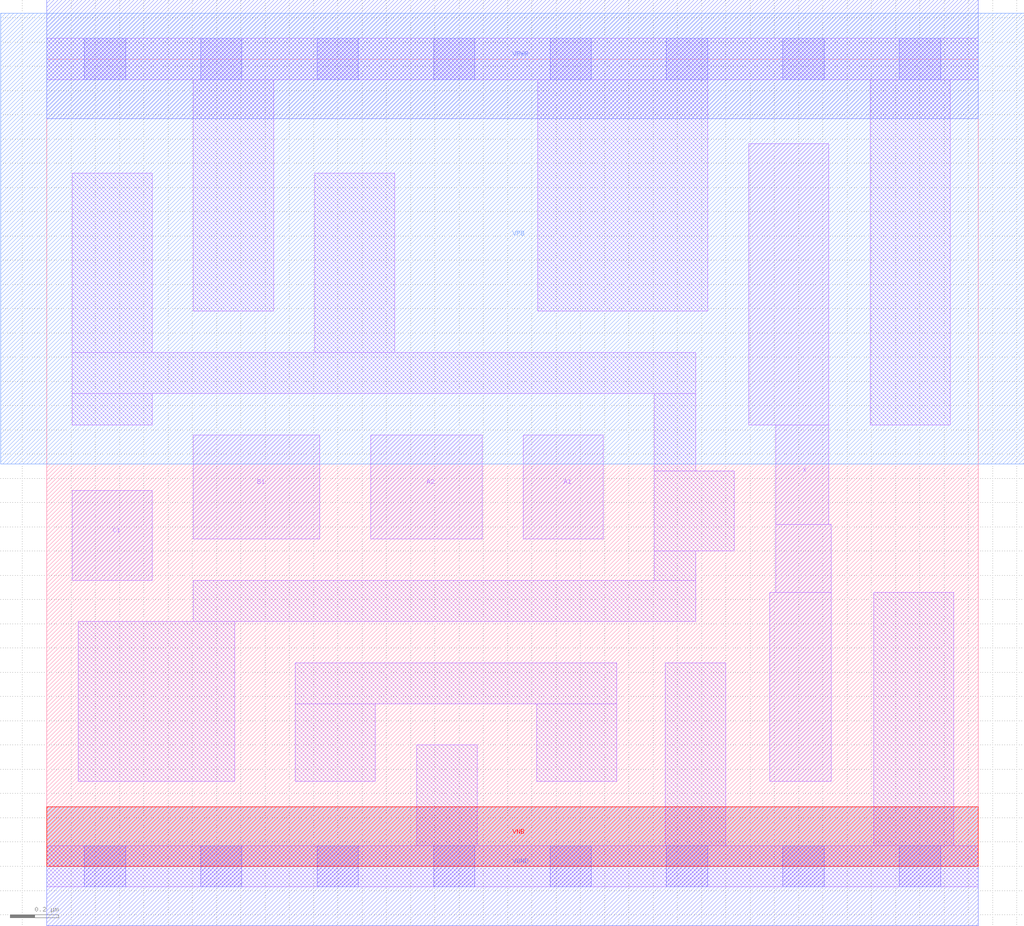
<source format=lef>
# Copyright 2020 The SkyWater PDK Authors
#
# Licensed under the Apache License, Version 2.0 (the "License");
# you may not use this file except in compliance with the License.
# You may obtain a copy of the License at
#
#     https://www.apache.org/licenses/LICENSE-2.0
#
# Unless required by applicable law or agreed to in writing, software
# distributed under the License is distributed on an "AS IS" BASIS,
# WITHOUT WARRANTIES OR CONDITIONS OF ANY KIND, either express or implied.
# See the License for the specific language governing permissions and
# limitations under the License.
#
# SPDX-License-Identifier: Apache-2.0

VERSION 5.7 ;
  NOWIREEXTENSIONATPIN ON ;
  DIVIDERCHAR "/" ;
  BUSBITCHARS "[]" ;
MACRO sky130_fd_sc_ms__o211a_2
  CLASS CORE ;
  FOREIGN sky130_fd_sc_ms__o211a_2 ;
  ORIGIN  0.000000  0.000000 ;
  SIZE  3.840000 BY  3.330000 ;
  SYMMETRY X Y ;
  SITE unit ;
  PIN A1
    ANTENNAGATEAREA  0.291000 ;
    DIRECTION INPUT ;
    USE SIGNAL ;
    PORT
      LAYER li1 ;
        RECT 1.965000 1.350000 2.295000 1.780000 ;
    END
  END A1
  PIN A2
    ANTENNAGATEAREA  0.291000 ;
    DIRECTION INPUT ;
    USE SIGNAL ;
    PORT
      LAYER li1 ;
        RECT 1.335000 1.350000 1.795000 1.780000 ;
    END
  END A2
  PIN B1
    ANTENNAGATEAREA  0.291000 ;
    DIRECTION INPUT ;
    USE SIGNAL ;
    PORT
      LAYER li1 ;
        RECT 0.605000 1.350000 1.125000 1.780000 ;
    END
  END B1
  PIN C1
    ANTENNAGATEAREA  0.291000 ;
    DIRECTION INPUT ;
    USE SIGNAL ;
    PORT
      LAYER li1 ;
        RECT 0.105000 1.180000 0.435000 1.550000 ;
    END
  END C1
  PIN X
    ANTENNADIFFAREA  0.509600 ;
    DIRECTION OUTPUT ;
    USE SIGNAL ;
    PORT
      LAYER li1 ;
        RECT 2.895000 1.820000 3.225000 2.980000 ;
        RECT 2.980000 0.350000 3.235000 1.130000 ;
        RECT 3.005000 1.130000 3.235000 1.410000 ;
        RECT 3.005000 1.410000 3.225000 1.820000 ;
    END
  END X
  PIN VGND
    DIRECTION INOUT ;
    USE GROUND ;
    PORT
      LAYER met1 ;
        RECT 0.000000 -0.245000 3.840000 0.245000 ;
    END
  END VGND
  PIN VNB
    DIRECTION INOUT ;
    USE GROUND ;
    PORT
      LAYER pwell ;
        RECT 0.000000 0.000000 3.840000 0.245000 ;
    END
  END VNB
  PIN VPB
    DIRECTION INOUT ;
    USE POWER ;
    PORT
      LAYER nwell ;
        RECT -0.190000 1.660000 4.030000 3.520000 ;
    END
  END VPB
  PIN VPWR
    DIRECTION INOUT ;
    USE POWER ;
    PORT
      LAYER met1 ;
        RECT 0.000000 3.085000 3.840000 3.575000 ;
    END
  END VPWR
  OBS
    LAYER li1 ;
      RECT 0.000000 -0.085000 3.840000 0.085000 ;
      RECT 0.000000  3.245000 3.840000 3.415000 ;
      RECT 0.105000  1.820000 0.435000 1.950000 ;
      RECT 0.105000  1.950000 2.675000 2.120000 ;
      RECT 0.105000  2.120000 0.435000 2.860000 ;
      RECT 0.130000  0.350000 0.775000 1.010000 ;
      RECT 0.605000  1.010000 2.675000 1.180000 ;
      RECT 0.605000  2.290000 0.935000 3.245000 ;
      RECT 1.025000  0.350000 1.355000 0.670000 ;
      RECT 1.025000  0.670000 2.350000 0.840000 ;
      RECT 1.105000  2.120000 1.435000 2.860000 ;
      RECT 1.525000  0.085000 1.775000 0.500000 ;
      RECT 2.020000  0.350000 2.350000 0.670000 ;
      RECT 2.025000  2.290000 2.725000 3.245000 ;
      RECT 2.505000  1.180000 2.675000 1.300000 ;
      RECT 2.505000  1.300000 2.835000 1.630000 ;
      RECT 2.505000  1.630000 2.675000 1.950000 ;
      RECT 2.550000  0.085000 2.800000 0.840000 ;
      RECT 3.395000  1.820000 3.725000 3.245000 ;
      RECT 3.410000  0.085000 3.740000 1.130000 ;
    LAYER mcon ;
      RECT 0.155000 -0.085000 0.325000 0.085000 ;
      RECT 0.155000  3.245000 0.325000 3.415000 ;
      RECT 0.635000 -0.085000 0.805000 0.085000 ;
      RECT 0.635000  3.245000 0.805000 3.415000 ;
      RECT 1.115000 -0.085000 1.285000 0.085000 ;
      RECT 1.115000  3.245000 1.285000 3.415000 ;
      RECT 1.595000 -0.085000 1.765000 0.085000 ;
      RECT 1.595000  3.245000 1.765000 3.415000 ;
      RECT 2.075000 -0.085000 2.245000 0.085000 ;
      RECT 2.075000  3.245000 2.245000 3.415000 ;
      RECT 2.555000 -0.085000 2.725000 0.085000 ;
      RECT 2.555000  3.245000 2.725000 3.415000 ;
      RECT 3.035000 -0.085000 3.205000 0.085000 ;
      RECT 3.035000  3.245000 3.205000 3.415000 ;
      RECT 3.515000 -0.085000 3.685000 0.085000 ;
      RECT 3.515000  3.245000 3.685000 3.415000 ;
  END
END sky130_fd_sc_ms__o211a_2
END LIBRARY

</source>
